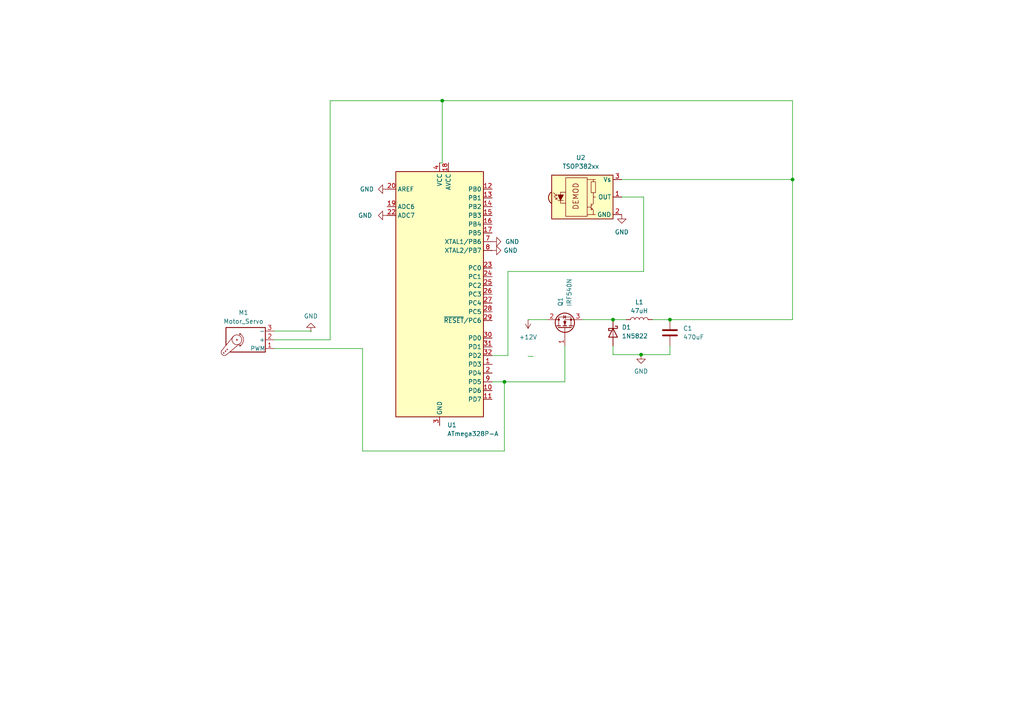
<source format=kicad_sch>
(kicad_sch (version 20230121) (generator eeschema)
  (paper "A4")
  (lib_symbols
    (symbol "Device:C" (pin_numbers hide) (pin_names (offset 0.254))
      (property "Reference" "C" (at 0.635 2.54 0))
      (property "Value" "C" (at 0.635 -2.54 0))
      (symbol "C_0_1"
        (polyline (pts (xy -2.032 -0.762) (xy 2.032 -0.762)) (stroke (width 0.508)))
        (polyline (pts (xy -2.032 0.762) (xy 2.032 0.762)) (stroke (width 0.508)))
      )
      (symbol "C_1_1"
        (pin passive line (at 0 3.81 270) (length 2.794) (name "~") (number "1"))
        (pin passive line (at 0 -3.81 90) (length 2.794) (name "~") (number "2"))
      )
    )
    (symbol "Device:L" (pin_numbers hide) (pin_names (offset 1.016) hide)
      (property "Reference" "L" (at -1.27 0 90))
      (property "Value" "L" (at 1.905 0 90))
      (symbol "L_0_1"
        (arc (start 0 -2.54) (mid 0.6323 -1.905) (end 0 -1.27))
        (arc (start 0 -1.27) (mid 0.6323 -0.635) (end 0 0))
        (arc (start 0 0) (mid 0.6323 0.635) (end 0 1.27))
        (arc (start 0 1.27) (mid 0.6323 1.905) (end 0 2.54))
      )
      (symbol "L_1_1"
        (pin passive line (at 0 3.81 270) (length 1.27) (name "1") (number "1"))
        (pin passive line (at 0 -3.81 90) (length 1.27) (name "2") (number "2"))
      )
    )
    (symbol "Diode:1N5822" (pin_numbers hide) (pin_names (offset 1.016) hide)
      (property "Reference" "D" (at 0 2.54 0))
      (property "Value" "1N5822" (at 0 -2.54 0))
      (symbol "1N5822_0_1"
        (polyline (pts (xy 1.27 0) (xy -1.27 0)))
        (polyline (pts (xy 1.27 1.27) (xy 1.27 -1.27) (xy -1.27 0) (xy 1.27 1.27)) (stroke (width 0.254)))
        (polyline (pts (xy -1.905 0.635) (xy -1.905 1.27) (xy -1.27 1.27) (xy -1.27 -1.27) (xy -0.635 -1.27) (xy -0.635 -0.635)) (stroke (width 0.254)))
      )
      (symbol "1N5822_1_1"
        (pin passive line (at -3.81 0 0) (length 2.54) (name "K") (number "1"))
        (pin passive line (at 3.81 0 180) (length 2.54) (name "A") (number "2"))
      )
    )
    (symbol "Interface_Optical:TSOP382xx"
      (property "Reference" "U" (at -10.16 7.62 0))
      (property "Value" "TSOP382xx" (at -10.16 -7.62 0))
      (symbol "TSOP382xx_0_0"
        (arc (start -10.287 1.397) (mid -11.0899 -0.1852) (end -10.287 -1.778) (stroke (width 0.254)) (fill (type background)))
        (polyline (pts (xy 1.905 -5.08) (xy 0.127 -5.08)))
        (polyline (pts (xy 1.905 5.08) (xy 0.127 5.08)))
        (text "DEMOD" (at -3.175 0.254 900) (effects (font (size 1.524 1.524))))
      )
      (symbol "TSOP382xx_0_1"
        (rectangle (start -6.096 5.588) (end 0.127 -5.588))
        (polyline (pts (xy -8.763 0.381) (xy -9.652 1.27)))
        (polyline (pts (xy -8.763 0.381) (xy -9.271 0.381)))
        (polyline (pts (xy -8.763 0.381) (xy -8.763 0.889)))
        (polyline (pts (xy -8.636 -0.635) (xy -9.525 0.254)))
        (polyline (pts (xy -8.636 -0.635) (xy -9.144 -0.635)))
        (polyline (pts (xy -8.636 -0.635) (xy -8.636 -0.127)))
        (polyline (pts (xy -8.382 -1.016) (xy -6.731 -1.016)))
        (polyline (pts (xy 1.27 -2.921) (xy 0.127 -2.921)))
        (polyline (pts (xy 1.27 -1.905) (xy 1.27 -3.81)))
        (polyline (pts (xy 1.397 -3.556) (xy 1.524 -3.556)))
        (polyline (pts (xy 1.651 -3.556) (xy 1.524 -3.556)))
        (polyline (pts (xy 1.651 -3.556) (xy 1.651 -3.302)))
        (polyline (pts (xy 1.905 0) (xy 1.905 1.27)))
        (polyline (pts (xy 1.905 4.445) (xy 1.905 5.08) (xy 2.54 5.08)))
        (polyline (pts (xy -8.382 0.635) (xy -6.731 0.635) (xy -7.62 -1.016) (xy -8.382 0.635)) (fill (type outline)))
        (polyline (pts (xy -6.096 1.397) (xy -7.62 1.397) (xy -7.62 -1.778) (xy -6.096 -1.778)))
        (polyline (pts (xy 1.27 -3.175) (xy 1.905 -3.81) (xy 1.905 -5.08) (xy 2.54 -5.08)))
        (polyline (pts (xy 1.27 -2.54) (xy 1.905 -1.905) (xy 1.905 0) (xy 2.54 0)))
        (rectangle (start 2.54 1.27) (end 1.27 4.445))
        (rectangle (start 7.62 6.35) (end -10.16 -6.35) (stroke (width 0.254)) (fill (type background)))
      )
      (symbol "TSOP382xx_1_1"
        (pin output line (at 10.16 0 180) (length 2.54) (name "OUT") (number "1"))
        (pin power_in line (at 10.16 -5.08 180) (length 2.54) (name "GND") (number "2"))
        (pin power_in line (at 10.16 5.08 180) (length 2.54) (name "Vs") (number "3"))
      )
    )
    (symbol "MCU_Microchip_ATmega:ATmega328P-A"
      (property "Reference" "U" (at -12.7 36.83 0))
      (property "Value" "ATmega328P-A" (at 2.54 -36.83 0))
      (symbol "ATmega328P-A_0_1"
        (rectangle (start -12.7 -35.56) (end 12.7 35.56) (stroke (width 0.254)) (fill (type background)))
      )
      (symbol "ATmega328P-A_1_1"
        (pin bidirectional line (at 15.24 -20.32 180) (length 2.54) (name "PD3") (number "1"))
        (pin bidirectional line (at 15.24 -27.94 180) (length 2.54) (name "PD6") (number "10"))
        (pin bidirectional line (at 15.24 -30.48 180) (length 2.54) (name "PD7") (number "11"))
        (pin bidirectional line (at 15.24 30.48 180) (length 2.54) (name "PB0") (number "12"))
        (pin bidirectional line (at 15.24 27.94 180) (length 2.54) (name "PB1") (number "13"))
        (pin bidirectional line (at 15.24 25.4 180) (length 2.54) (name "PB2") (number "14"))
        (pin bidirectional line (at 15.24 22.86 180) (length 2.54) (name "PB3") (number "15"))
        (pin bidirectional line (at 15.24 20.32 180) (length 2.54) (name "PB4") (number "16"))
        (pin bidirectional line (at 15.24 17.78 180) (length 2.54) (name "PB5") (number "17"))
        (pin power_in line (at 2.54 38.1 270) (length 2.54) (name "AVCC") (number "18"))
        (pin input line (at -15.24 25.4 0) (length 2.54) (name "ADC6") (number "19"))
        (pin bidirectional line (at 15.24 -22.86 180) (length 2.54) (name "PD4") (number "2"))
        (pin passive line (at -15.24 30.48 0) (length 2.54) (name "AREF") (number "20"))
        (pin passive line (at 0 -38.1 90) (length 2.54) hide (name "GND") (number "21"))
        (pin input line (at -15.24 22.86 0) (length 2.54) (name "ADC7") (number "22"))
        (pin bidirectional line (at 15.24 7.62 180) (length 2.54) (name "PC0") (number "23"))
        (pin bidirectional line (at 15.24 5.08 180) (length 2.54) (name "PC1") (number "24"))
        (pin bidirectional line (at 15.24 2.54 180) (length 2.54) (name "PC2") (number "25"))
        (pin bidirectional line (at 15.24 0 180) (length 2.54) (name "PC3") (number "26"))
        (pin bidirectional line (at 15.24 -2.54 180) (length 2.54) (name "PC4") (number "27"))
        (pin bidirectional line (at 15.24 -5.08 180) (length 2.54) (name "PC5") (number "28"))
        (pin bidirectional line (at 15.24 -7.62 180) (length 2.54) (name "~{RESET}/PC6") (number "29"))
        (pin power_in line (at 0 -38.1 90) (length 2.54) (name "GND") (number "3"))
        (pin bidirectional line (at 15.24 -12.7 180) (length 2.54) (name "PD0") (number "30"))
        (pin bidirectional line (at 15.24 -15.24 180) (length 2.54) (name "PD1") (number "31"))
        (pin bidirectional line (at 15.24 -17.78 180) (length 2.54) (name "PD2") (number "32"))
        (pin power_in line (at 0 38.1 270) (length 2.54) (name "VCC") (number "4"))
        (pin passive line (at 0 -38.1 90) (length 2.54) hide (name "GND") (number "5"))
        (pin passive line (at 0 38.1 270) (length 2.54) hide (name "VCC") (number "6"))
        (pin bidirectional line (at 15.24 15.24 180) (length 2.54) (name "XTAL1/PB6") (number "7"))
        (pin bidirectional line (at 15.24 12.7 180) (length 2.54) (name "XTAL2/PB7") (number "8"))
        (pin bidirectional line (at 15.24 -25.4 180) (length 2.54) (name "PD5") (number "9"))
      )
    )
    (symbol "Motor:Motor_Servo" (pin_names (offset 0.0254))
      (property "Reference" "M" (at -5.08 4.445 0))
      (property "Value" "Motor_Servo" (at -5.08 -4.064 0))
      (symbol "Motor_Servo_0_1"
        (polyline (pts (xy 2.413 -1.778) (xy 2.032 -1.778)))
        (polyline (pts (xy 2.413 -1.778) (xy 2.286 -1.397)))
        (polyline (pts (xy 2.413 1.778) (xy 1.905 1.778)))
        (polyline (pts (xy 2.413 1.778) (xy 2.286 1.397)))
        (polyline (pts (xy 6.35 4.445) (xy 2.54 1.27)))
        (polyline (pts (xy 7.62 3.175) (xy 4.191 -1.016)))
        (polyline (pts (xy 5.08 3.556) (xy -5.08 3.556) (xy -5.08 -3.556) (xy 6.35 -3.556) (xy 6.35 1.524)) (stroke (width 0.254)))
        (arc (start 2.413 1.778) (mid 1.2406 0) (end 2.413 -1.778))
        (circle (center 3.175 0) (radius 0.1778))
        (circle (center 3.175 0) (radius 1.4224))
        (circle (center 5.969 2.794) (radius 0.127))
        (circle (center 6.477 3.302) (radius 0.127))
        (circle (center 6.985 3.81) (radius 0.127))
        (arc (start 7.62 3.175) (mid 7.4485 4.2735) (end 6.35 4.445))
      )
      (symbol "Motor_Servo_1_1"
        (pin passive line (at -7.62 2.54 0) (length 2.54) (name "PWM") (number "1"))
        (pin passive line (at -7.62 0 0) (length 2.54) (name "+") (number "2"))
        (pin passive line (at -7.62 -2.54 0) (length 2.54) (name "-") (number "3"))
      )
    )
    (symbol "Transistor_FET:IRF540N" (pin_names hide)
      (property "Reference" "Q" (at 5.08 1.905 0))
      (property "Value" "IRF540N" (at 5.08 0 0))
      (symbol "IRF540N_0_1"
        (polyline (pts (xy 0.254 0) (xy -2.54 0)))
        (polyline (pts (xy 0.254 1.905) (xy 0.254 -1.905)) (stroke (width 0.254)))
        (polyline (pts (xy 0.762 -1.27) (xy 0.762 -2.286)) (stroke (width 0.254)))
        (polyline (pts (xy 0.762 0.508) (xy 0.762 -0.508)) (stroke (width 0.254)))
        (polyline (pts (xy 0.762 2.286) (xy 0.762 1.27)) (stroke (width 0.254)))
        (polyline (pts (xy 2.54 2.54) (xy 2.54 1.778)))
        (polyline (pts (xy 2.54 -2.54) (xy 2.54 0) (xy 0.762 0)))
        (polyline (pts (xy 0.762 -1.778) (xy 3.302 -1.778) (xy 3.302 1.778) (xy 0.762 1.778)))
        (polyline (pts (xy 1.016 0) (xy 2.032 0.381) (xy 2.032 -0.381) (xy 1.016 0)) (fill (type outline)))
        (polyline (pts (xy 2.794 0.508) (xy 2.921 0.381) (xy 3.683 0.381) (xy 3.81 0.254)))
        (polyline (pts (xy 3.302 0.381) (xy 2.921 -0.254) (xy 3.683 -0.254) (xy 3.302 0.381)))
        (circle (center 1.651 0) (radius 2.794) (stroke (width 0.254)))
        (circle (center 2.54 -1.778) (radius 0.254) (fill (type outline)))
        (circle (center 2.54 1.778) (radius 0.254) (fill (type outline)))
      )
      (symbol "IRF540N_1_1"
        (pin input line (at -5.08 0 0) (length 2.54) (name "G") (number "1"))
        (pin passive line (at 2.54 5.08 270) (length 2.54) (name "D") (number "2"))
        (pin passive line (at 2.54 -5.08 90) (length 2.54) (name "S") (number "3"))
      )
    )
    (symbol "power:+12V" (power) (pin_names (offset 0))
      (property "Value" "+12V" (at 0 3.556 0))
      (symbol "+12V_0_1"
        (polyline (pts (xy -0.762 1.27) (xy 0 2.54)))
        (polyline (pts (xy 0 0) (xy 0 2.54)))
        (polyline (pts (xy 0 2.54) (xy 0.762 1.27)))
      )
      (symbol "+12V_1_1"
        (pin power_in line (at 0 0 90) (length 0) hide (name "+12V") (number "1"))
      )
    )
    (symbol "power:GND" (power) (pin_names (offset 0))
      (property "Value" "GND" (at 0 -3.81 0))
      (symbol "GND_0_1"
        (polyline (pts (xy 0 0) (xy 0 -1.27) (xy 1.27 -1.27) (xy 0 -2.54) (xy -1.27 -1.27) (xy 0 -1.27)))
      )
      (symbol "GND_1_1"
        (pin power_in line (at 0 0 270) (length 0) hide (name "GND") (number "1"))
      )
    )
  )
  (junction (at 185.928 102.87))
  (junction (at 194.31 92.71))
  (junction (at 128.27 29.21))
  (junction (at 229.87 52.07))
  (junction (at 146.304 110.744))
  (junction (at 177.8 92.71))
  (wire (pts (xy 163.83 100.33) (xy 163.83 110.744)))
  (wire (pts (xy 147.32 78.74) (xy 186.69 78.74)))
  (wire (pts (xy 95.758 29.21) (xy 128.27 29.21)))
  (wire (pts (xy 79.502 98.552) (xy 95.758 98.552)))
  (wire (pts (xy 90.17 96.266) (xy 90.17 96.012)))
  (wire (pts (xy 128.27 47.244) (xy 127.508 47.244)))
  (wire (pts (xy 185.928 102.87) (xy 194.31 102.87)))
  (wire (pts (xy 229.87 52.07) (xy 229.87 92.71)))
  (wire (pts (xy 146.304 110.744) (xy 142.748 110.744)))
  (wire (pts (xy 79.502 101.092) (xy 105.156 101.092)))
  (wire (pts (xy 147.32 103.124) (xy 142.748 103.124)))
  (wire (pts (xy 153.162 92.71) (xy 158.75 92.71)))
  (wire (pts (xy 128.27 29.21) (xy 128.27 47.244)))
  (wire (pts (xy 147.32 78.74) (xy 147.32 103.124)))
  (wire (pts (xy 128.27 29.21) (xy 229.87 29.21)))
  (wire (pts (xy 154.686 103.378) (xy 153.162 103.378)))
  (wire (pts (xy 79.502 96.012) (xy 90.17 96.012)))
  (wire (pts (xy 186.69 78.74) (xy 186.69 57.15)))
  (wire (pts (xy 146.304 130.81) (xy 146.304 110.744)))
  (wire (pts (xy 180.34 57.15) (xy 186.69 57.15)))
  (wire (pts (xy 95.758 98.552) (xy 95.758 29.21)))
  (wire (pts (xy 163.83 110.744) (xy 146.304 110.744)))
  (wire (pts (xy 194.31 92.71) (xy 229.87 92.71)))
  (wire (pts (xy 194.31 92.71) (xy 189.23 92.71)))
  (wire (pts (xy 177.8 92.71) (xy 181.61 92.71)))
  (wire (pts (xy 177.8 102.87) (xy 185.928 102.87)))
  (wire (pts (xy 229.87 52.07) (xy 229.87 29.21)))
  (wire (pts (xy 105.156 101.092) (xy 105.156 130.81)))
  (wire (pts (xy 194.31 100.33) (xy 194.31 102.87)))
  (wire (pts (xy 180.34 52.07) (xy 229.87 52.07)))
  (wire (pts (xy 168.91 92.71) (xy 177.8 92.71)))
  (wire (pts (xy 177.8 102.87) (xy 177.8 100.33)))
  (wire (pts (xy 105.156 130.81) (xy 146.304 130.81)))
  (symbol (lib_id "power:GND") (at 185.928 102.87 0) (unit 1)
    (property "Reference" "#PWR08" (effects hide))
    (property "Value" "GND" (at 185.928 107.696 0))
  )
  (symbol (lib_id "Interface_Optical:TSOP382xx") (at 170.18 57.15 0) (unit 1)
    (property "Reference" "U2" (at 168.445 45.72 0))
    (property "Value" "TSOP382xx" (at 168.445 48.26 0))
    (property "Footprint" "OptoDevice:Vishay_MINICAST-3Pin" (effects hide))
    (property "Datasheet" "http://www.vishay.com/docs/82491/tsop382.pdf" (effects hide))
  )
  (symbol (lib_id "Diode:1N5822") (at 177.8 96.52 270) (unit 1)
    (property "Reference" "D1" (at 180.34 94.9325 90) (effects (justify left)))
    (property "Value" "1N5822" (at 180.34 97.4725 90) (effects (justify left)))
    (property "Footprint" "Diode_THT:D_DO-201AD_P15.24mm_Horizontal" (effects hide))
    (property "Datasheet" "http://www.vishay.com/docs/88526/1n5820.pdf" (effects hide))
  )
  (symbol (lib_id "power:+12V") (at 153.162 92.71 180) (unit 1)
    (property "Reference" "#PWR02" (effects hide))
    (property "Value" "+12V" (at 153.162 97.79 0))
  )
  (symbol (lib_id "power:GND") (at 180.34 62.23 0) (unit 1)
    (property "Reference" "#PWR03" (effects hide))
    (property "Value" "GND" (at 180.34 67.31 0))
  )
  (symbol (lib_id "Device:C") (at 194.31 96.52 0) (unit 1)
    (property "Reference" "C1" (at 198.12 95.25 0) (effects (justify left)))
    (property "Value" "470uF" (at 198.12 97.79 0) (effects (justify left)))
    (property "Footprint" "Capacitor_SMD:CP_Elec_3x5.3" (effects hide))
  )
  (symbol (lib_id "power:GND") (at 112.268 54.864 270) (unit 1)
    (property "Reference" "#PWR05" (effects hide))
    (property "Value" "GND" (at 108.458 54.864 90) (effects (justify right)))
  )
  (symbol (lib_id "MCU_Microchip_ATmega:ATmega328P-A") (at 127.508 85.344 0) (unit 1)
    (property "Reference" "U1" (at 129.7021 123.2717 0) (effects (justify left)))
    (property "Value" "ATmega328P-A" (at 129.7021 125.8117 0) (effects (justify left)))
    (property "Footprint" "Package_QFP:TQFP-32_7x7mm_P0.8mm" (effects hide))
    (property "Datasheet" "http://ww1.microchip.com/downloads/en/DeviceDoc/ATmega328_P%20AVR%20MCU%20with%20picoPower%20Technology%20Data%20Sheet%2040001984A.pdf" (effects hide))
  )
  (symbol (lib_id "power:GND") (at 142.748 70.104 90) (unit 1)
    (property "Reference" "#PWR04" (effects hide))
    (property "Value" "GND" (at 146.5072 70.104 90) (effects (justify right)))
  )
  (symbol (lib_id "power:GND") (at 112.268 62.484 270) (unit 1)
    (property "Reference" "#PWR06" (effects hide))
    (property "Value" "GND" (at 107.95 62.484 90) (effects (justify right)))
  )
  (symbol (lib_id "power:GND") (at 90.17 96.266 180) (unit 1)
    (property "Reference" "#PWR09" (effects hide))
    (property "Value" "GND" (at 90.17 91.694 0))
  )
  (symbol (lib_id "Motor:Motor_Servo") (at 71.882 98.552 180) (unit 1)
    (property "Reference" "M1" (at 70.6231 90.678 0))
    (property "Value" "Motor_Servo" (at 70.6231 93.218 0))
    (property "Footprint" "Connector_JST:JST_ZE_B05B-ZESK-D_1x05_P1.50mm_Vertical" (effects hide))
    (property "Datasheet" "http://forums.parallax.com/uploads/attachments/46831/74481.png" (effects hide))
  )
  (symbol (lib_id "power:GND") (at 142.748 72.644 90) (unit 1)
    (property "Reference" "#PWR07" (effects hide))
    (property "Value" "GND" (at 146.05 72.644 90) (effects (justify right)))
  )
  (symbol (lib_id "Device:L") (at 185.42 92.71 90) (unit 1)
    (property "Reference" "L1" (at 185.42 87.63 90))
    (property "Value" "47uH" (at 185.42 90.17 90))
    (property "Footprint" "Inductor_SMD:L_6.3x6.3_H3" (effects hide))
  )
  (symbol (lib_id "Transistor_FET:IRF540N") (at 163.83 95.25 90) (unit 1)
    (property "Reference" "Q1" (at 162.56 88.9 0) (effects (justify left)))
    (property "Value" "IRF540N" (at 165.1 88.9 0) (effects (justify left)))
    (property "Footprint" "Package_TO_SOT_THT:TO-220-3_Vertical" (effects hide))
    (property "Datasheet" "http://www.irf.com/product-info/datasheets/data/irf540n.pdf" (effects hide))
  )
)
</source>
